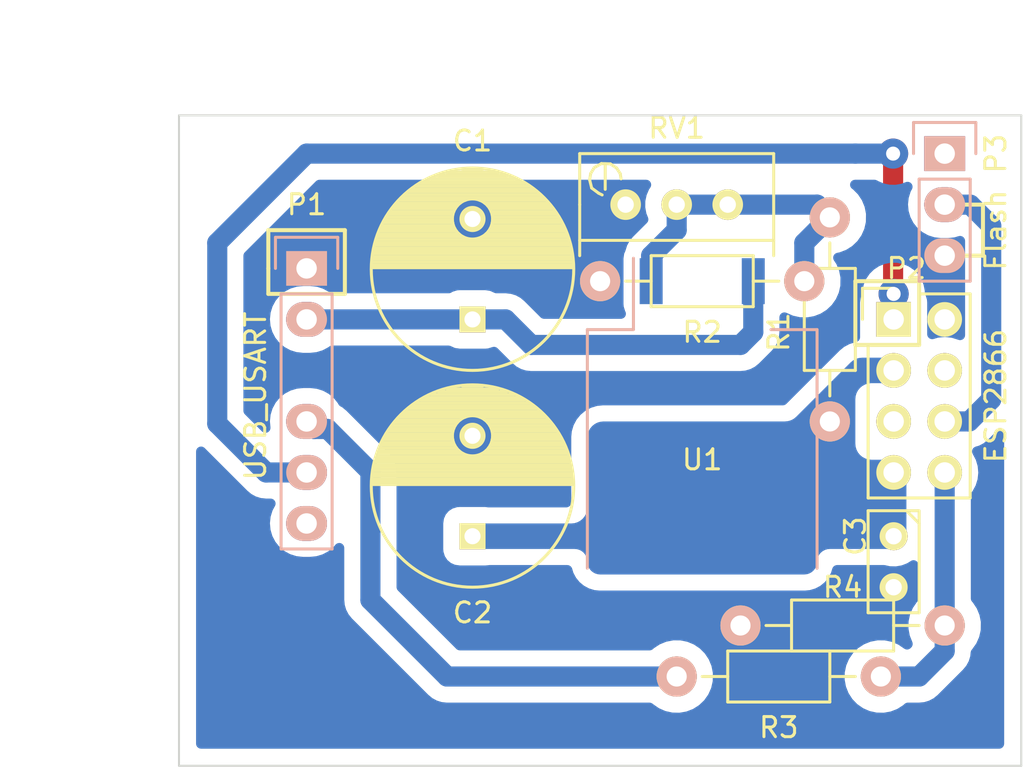
<source format=kicad_pcb>
(kicad_pcb (version 4) (host pcbnew "(after 2015-mar-04 BZR unknown)-product")

  (general
    (links 24)
    (no_connects 0)
    (area 10.98643 14.295001 61.9 52.120001)
    (thickness 1.6)
    (drawings 18)
    (tracks 40)
    (zones 0)
    (modules 12)
    (nets 9)
  )

  (page A4 portrait)
  (layers
    (0 F.Cu signal)
    (31 B.Cu signal)
    (32 B.Adhes user)
    (33 F.Adhes user)
    (34 B.Paste user)
    (35 F.Paste user)
    (36 B.SilkS user)
    (37 F.SilkS user)
    (38 B.Mask user)
    (39 F.Mask user)
    (40 Dwgs.User user)
    (41 Cmts.User user)
    (42 Eco1.User user)
    (43 Eco2.User user)
    (44 Edge.Cuts user)
    (45 Margin user)
    (46 B.CrtYd user)
    (47 F.CrtYd user)
    (48 B.Fab user)
    (49 F.Fab user)
  )

  (setup
    (last_trace_width 1)
    (trace_clearance 0.8)
    (zone_clearance 0.8)
    (zone_45_only no)
    (trace_min 0.2)
    (segment_width 0.2)
    (edge_width 0.1)
    (via_size 1.5)
    (via_drill 0.7)
    (via_min_size 0.4)
    (via_min_drill 0.3)
    (uvia_size 0.3)
    (uvia_drill 0.1)
    (uvias_allowed no)
    (uvia_min_size 0.2)
    (uvia_min_drill 0.1)
    (pcb_text_width 0.3)
    (pcb_text_size 1.5 1.5)
    (mod_edge_width 0.15)
    (mod_text_size 1 1)
    (mod_text_width 0.15)
    (pad_size 10.80008 6.9977)
    (pad_drill 0)
    (pad_to_mask_clearance 0)
    (aux_axis_origin 0 0)
    (visible_elements 7FFFFFFF)
    (pcbplotparams
      (layerselection 0x00030_80000001)
      (usegerberextensions false)
      (excludeedgelayer true)
      (linewidth 0.100000)
      (plotframeref false)
      (viasonmask false)
      (mode 1)
      (useauxorigin false)
      (hpglpennumber 1)
      (hpglpenspeed 20)
      (hpglpendiameter 15)
      (hpglpenoverlay 2)
      (psnegative false)
      (psa4output false)
      (plotreference true)
      (plotvalue true)
      (plotinvisibletext false)
      (padsonsilk false)
      (subtractmaskfromsilk false)
      (outputformat 4)
      (mirror true)
      (drillshape 1)
      (scaleselection 1)
      (outputdirectory ""))
  )

  (net 0 "")
  (net 1 /VCC_USB)
  (net 2 GND)
  (net 3 /CH_PD)
  (net 4 /RX)
  (net 5 /RXD_USB)
  (net 6 "Net-(R1-Pad2)")
  (net 7 /TXD_USB)
  (net 8 /GPIO0)

  (net_class Default "This is the default net class."
    (clearance 0.8)
    (trace_width 1)
    (via_dia 1.5)
    (via_drill 0.7)
    (uvia_dia 0.3)
    (uvia_drill 0.1)
    (add_net /CH_PD)
    (add_net /GPIO0)
    (add_net /RX)
    (add_net /RXD_USB)
    (add_net /TXD_USB)
    (add_net /VCC_USB)
    (add_net GND)
    (add_net "Net-(R1-Pad2)")
  )

  (module Capacitors_ThroughHole:C_Radial_D10_L13_P5 (layer F.Cu) (tedit 55DC97F8) (tstamp 55DB9EBE)
    (at 34.29 29.845 90)
    (descr "Radial Electrolytic Capacitor Diameter 10mm x Length 13mm, Pitch 5mm")
    (tags "Electrolytic Capacitor")
    (path /55DB8404)
    (fp_text reference C1 (at 8.89 0 180) (layer F.SilkS)
      (effects (font (size 1 1) (thickness 0.15)))
    )
    (fp_text value 10uF (at 2.54 0 180) (layer F.Fab)
      (effects (font (size 1 1) (thickness 0.15)))
    )
    (fp_line (start 2.575 -4.999) (end 2.575 4.999) (layer F.SilkS) (width 0.15))
    (fp_line (start 2.715 -4.995) (end 2.715 4.995) (layer F.SilkS) (width 0.15))
    (fp_line (start 2.855 -4.987) (end 2.855 4.987) (layer F.SilkS) (width 0.15))
    (fp_line (start 2.995 -4.975) (end 2.995 4.975) (layer F.SilkS) (width 0.15))
    (fp_line (start 3.135 -4.96) (end 3.135 4.96) (layer F.SilkS) (width 0.15))
    (fp_line (start 3.275 -4.94) (end 3.275 4.94) (layer F.SilkS) (width 0.15))
    (fp_line (start 3.415 -4.916) (end 3.415 4.916) (layer F.SilkS) (width 0.15))
    (fp_line (start 3.555 -4.887) (end 3.555 4.887) (layer F.SilkS) (width 0.15))
    (fp_line (start 3.695 -4.855) (end 3.695 4.855) (layer F.SilkS) (width 0.15))
    (fp_line (start 3.835 -4.818) (end 3.835 4.818) (layer F.SilkS) (width 0.15))
    (fp_line (start 3.975 -4.777) (end 3.975 4.777) (layer F.SilkS) (width 0.15))
    (fp_line (start 4.115 -4.732) (end 4.115 -0.466) (layer F.SilkS) (width 0.15))
    (fp_line (start 4.115 0.466) (end 4.115 4.732) (layer F.SilkS) (width 0.15))
    (fp_line (start 4.255 -4.682) (end 4.255 -0.667) (layer F.SilkS) (width 0.15))
    (fp_line (start 4.255 0.667) (end 4.255 4.682) (layer F.SilkS) (width 0.15))
    (fp_line (start 4.395 -4.627) (end 4.395 -0.796) (layer F.SilkS) (width 0.15))
    (fp_line (start 4.395 0.796) (end 4.395 4.627) (layer F.SilkS) (width 0.15))
    (fp_line (start 4.535 -4.567) (end 4.535 -0.885) (layer F.SilkS) (width 0.15))
    (fp_line (start 4.535 0.885) (end 4.535 4.567) (layer F.SilkS) (width 0.15))
    (fp_line (start 4.675 -4.502) (end 4.675 -0.946) (layer F.SilkS) (width 0.15))
    (fp_line (start 4.675 0.946) (end 4.675 4.502) (layer F.SilkS) (width 0.15))
    (fp_line (start 4.815 -4.432) (end 4.815 -0.983) (layer F.SilkS) (width 0.15))
    (fp_line (start 4.815 0.983) (end 4.815 4.432) (layer F.SilkS) (width 0.15))
    (fp_line (start 4.955 -4.356) (end 4.955 -0.999) (layer F.SilkS) (width 0.15))
    (fp_line (start 4.955 0.999) (end 4.955 4.356) (layer F.SilkS) (width 0.15))
    (fp_line (start 5.095 -4.274) (end 5.095 -0.995) (layer F.SilkS) (width 0.15))
    (fp_line (start 5.095 0.995) (end 5.095 4.274) (layer F.SilkS) (width 0.15))
    (fp_line (start 5.235 -4.186) (end 5.235 -0.972) (layer F.SilkS) (width 0.15))
    (fp_line (start 5.235 0.972) (end 5.235 4.186) (layer F.SilkS) (width 0.15))
    (fp_line (start 5.375 -4.091) (end 5.375 -0.927) (layer F.SilkS) (width 0.15))
    (fp_line (start 5.375 0.927) (end 5.375 4.091) (layer F.SilkS) (width 0.15))
    (fp_line (start 5.515 -3.989) (end 5.515 -0.857) (layer F.SilkS) (width 0.15))
    (fp_line (start 5.515 0.857) (end 5.515 3.989) (layer F.SilkS) (width 0.15))
    (fp_line (start 5.655 -3.879) (end 5.655 -0.756) (layer F.SilkS) (width 0.15))
    (fp_line (start 5.655 0.756) (end 5.655 3.879) (layer F.SilkS) (width 0.15))
    (fp_line (start 5.795 -3.761) (end 5.795 -0.607) (layer F.SilkS) (width 0.15))
    (fp_line (start 5.795 0.607) (end 5.795 3.761) (layer F.SilkS) (width 0.15))
    (fp_line (start 5.935 -3.633) (end 5.935 -0.355) (layer F.SilkS) (width 0.15))
    (fp_line (start 5.935 0.355) (end 5.935 3.633) (layer F.SilkS) (width 0.15))
    (fp_line (start 6.075 -3.496) (end 6.075 3.496) (layer F.SilkS) (width 0.15))
    (fp_line (start 6.215 -3.346) (end 6.215 3.346) (layer F.SilkS) (width 0.15))
    (fp_line (start 6.355 -3.184) (end 6.355 3.184) (layer F.SilkS) (width 0.15))
    (fp_line (start 6.495 -3.007) (end 6.495 3.007) (layer F.SilkS) (width 0.15))
    (fp_line (start 6.635 -2.811) (end 6.635 2.811) (layer F.SilkS) (width 0.15))
    (fp_line (start 6.775 -2.593) (end 6.775 2.593) (layer F.SilkS) (width 0.15))
    (fp_line (start 6.915 -2.347) (end 6.915 2.347) (layer F.SilkS) (width 0.15))
    (fp_line (start 7.055 -2.062) (end 7.055 2.062) (layer F.SilkS) (width 0.15))
    (fp_line (start 7.195 -1.72) (end 7.195 1.72) (layer F.SilkS) (width 0.15))
    (fp_line (start 7.335 -1.274) (end 7.335 1.274) (layer F.SilkS) (width 0.15))
    (fp_line (start 7.475 -0.499) (end 7.475 0.499) (layer F.SilkS) (width 0.15))
    (fp_circle (center 5 0) (end 5 -1) (layer F.SilkS) (width 0.15))
    (fp_circle (center 2.5 0) (end 2.5 -5.0375) (layer F.SilkS) (width 0.15))
    (fp_circle (center 2.5 0) (end 2.5 -5.3) (layer F.CrtYd) (width 0.05))
    (pad 1 thru_hole rect (at 0 0 90) (size 1.3 1.3) (drill 0.8) (layers *.Cu *.Mask F.SilkS)
      (net 1 /VCC_USB))
    (pad 2 thru_hole circle (at 5 0 90) (size 1.3 1.3) (drill 0.8) (layers *.Cu *.Mask F.SilkS)
      (net 2 GND))
    (model Capacitors_ThroughHole.3dshapes/C_Radial_D10_L13_P5.wrl
      (at (xyz 0.0984252 0 0))
      (scale (xyz 1 1 1))
      (rotate (xyz 0 0 90))
    )
  )

  (module Capacitors_ThroughHole:C_Radial_D10_L13_P5 (layer F.Cu) (tedit 55DC97F1) (tstamp 55DB9EC4)
    (at 34.29 40.64 90)
    (descr "Radial Electrolytic Capacitor Diameter 10mm x Length 13mm, Pitch 5mm")
    (tags "Electrolytic Capacitor")
    (path /55DB83B9)
    (fp_text reference C2 (at -3.81 0 180) (layer F.SilkS)
      (effects (font (size 1 1) (thickness 0.15)))
    )
    (fp_text value 100uF (at 2.54 0 360) (layer F.Fab)
      (effects (font (size 1 1) (thickness 0.15)))
    )
    (fp_line (start 2.575 -4.999) (end 2.575 4.999) (layer F.SilkS) (width 0.15))
    (fp_line (start 2.715 -4.995) (end 2.715 4.995) (layer F.SilkS) (width 0.15))
    (fp_line (start 2.855 -4.987) (end 2.855 4.987) (layer F.SilkS) (width 0.15))
    (fp_line (start 2.995 -4.975) (end 2.995 4.975) (layer F.SilkS) (width 0.15))
    (fp_line (start 3.135 -4.96) (end 3.135 4.96) (layer F.SilkS) (width 0.15))
    (fp_line (start 3.275 -4.94) (end 3.275 4.94) (layer F.SilkS) (width 0.15))
    (fp_line (start 3.415 -4.916) (end 3.415 4.916) (layer F.SilkS) (width 0.15))
    (fp_line (start 3.555 -4.887) (end 3.555 4.887) (layer F.SilkS) (width 0.15))
    (fp_line (start 3.695 -4.855) (end 3.695 4.855) (layer F.SilkS) (width 0.15))
    (fp_line (start 3.835 -4.818) (end 3.835 4.818) (layer F.SilkS) (width 0.15))
    (fp_line (start 3.975 -4.777) (end 3.975 4.777) (layer F.SilkS) (width 0.15))
    (fp_line (start 4.115 -4.732) (end 4.115 -0.466) (layer F.SilkS) (width 0.15))
    (fp_line (start 4.115 0.466) (end 4.115 4.732) (layer F.SilkS) (width 0.15))
    (fp_line (start 4.255 -4.682) (end 4.255 -0.667) (layer F.SilkS) (width 0.15))
    (fp_line (start 4.255 0.667) (end 4.255 4.682) (layer F.SilkS) (width 0.15))
    (fp_line (start 4.395 -4.627) (end 4.395 -0.796) (layer F.SilkS) (width 0.15))
    (fp_line (start 4.395 0.796) (end 4.395 4.627) (layer F.SilkS) (width 0.15))
    (fp_line (start 4.535 -4.567) (end 4.535 -0.885) (layer F.SilkS) (width 0.15))
    (fp_line (start 4.535 0.885) (end 4.535 4.567) (layer F.SilkS) (width 0.15))
    (fp_line (start 4.675 -4.502) (end 4.675 -0.946) (layer F.SilkS) (width 0.15))
    (fp_line (start 4.675 0.946) (end 4.675 4.502) (layer F.SilkS) (width 0.15))
    (fp_line (start 4.815 -4.432) (end 4.815 -0.983) (layer F.SilkS) (width 0.15))
    (fp_line (start 4.815 0.983) (end 4.815 4.432) (layer F.SilkS) (width 0.15))
    (fp_line (start 4.955 -4.356) (end 4.955 -0.999) (layer F.SilkS) (width 0.15))
    (fp_line (start 4.955 0.999) (end 4.955 4.356) (layer F.SilkS) (width 0.15))
    (fp_line (start 5.095 -4.274) (end 5.095 -0.995) (layer F.SilkS) (width 0.15))
    (fp_line (start 5.095 0.995) (end 5.095 4.274) (layer F.SilkS) (width 0.15))
    (fp_line (start 5.235 -4.186) (end 5.235 -0.972) (layer F.SilkS) (width 0.15))
    (fp_line (start 5.235 0.972) (end 5.235 4.186) (layer F.SilkS) (width 0.15))
    (fp_line (start 5.375 -4.091) (end 5.375 -0.927) (layer F.SilkS) (width 0.15))
    (fp_line (start 5.375 0.927) (end 5.375 4.091) (layer F.SilkS) (width 0.15))
    (fp_line (start 5.515 -3.989) (end 5.515 -0.857) (layer F.SilkS) (width 0.15))
    (fp_line (start 5.515 0.857) (end 5.515 3.989) (layer F.SilkS) (width 0.15))
    (fp_line (start 5.655 -3.879) (end 5.655 -0.756) (layer F.SilkS) (width 0.15))
    (fp_line (start 5.655 0.756) (end 5.655 3.879) (layer F.SilkS) (width 0.15))
    (fp_line (start 5.795 -3.761) (end 5.795 -0.607) (layer F.SilkS) (width 0.15))
    (fp_line (start 5.795 0.607) (end 5.795 3.761) (layer F.SilkS) (width 0.15))
    (fp_line (start 5.935 -3.633) (end 5.935 -0.355) (layer F.SilkS) (width 0.15))
    (fp_line (start 5.935 0.355) (end 5.935 3.633) (layer F.SilkS) (width 0.15))
    (fp_line (start 6.075 -3.496) (end 6.075 3.496) (layer F.SilkS) (width 0.15))
    (fp_line (start 6.215 -3.346) (end 6.215 3.346) (layer F.SilkS) (width 0.15))
    (fp_line (start 6.355 -3.184) (end 6.355 3.184) (layer F.SilkS) (width 0.15))
    (fp_line (start 6.495 -3.007) (end 6.495 3.007) (layer F.SilkS) (width 0.15))
    (fp_line (start 6.635 -2.811) (end 6.635 2.811) (layer F.SilkS) (width 0.15))
    (fp_line (start 6.775 -2.593) (end 6.775 2.593) (layer F.SilkS) (width 0.15))
    (fp_line (start 6.915 -2.347) (end 6.915 2.347) (layer F.SilkS) (width 0.15))
    (fp_line (start 7.055 -2.062) (end 7.055 2.062) (layer F.SilkS) (width 0.15))
    (fp_line (start 7.195 -1.72) (end 7.195 1.72) (layer F.SilkS) (width 0.15))
    (fp_line (start 7.335 -1.274) (end 7.335 1.274) (layer F.SilkS) (width 0.15))
    (fp_line (start 7.475 -0.499) (end 7.475 0.499) (layer F.SilkS) (width 0.15))
    (fp_circle (center 5 0) (end 5 -1) (layer F.SilkS) (width 0.15))
    (fp_circle (center 2.5 0) (end 2.5 -5.0375) (layer F.SilkS) (width 0.15))
    (fp_circle (center 2.5 0) (end 2.5 -5.3) (layer F.CrtYd) (width 0.05))
    (pad 1 thru_hole rect (at 0 0 90) (size 1.3 1.3) (drill 0.8) (layers *.Cu *.Mask F.SilkS)
      (net 3 /CH_PD))
    (pad 2 thru_hole circle (at 5 0 90) (size 1.3 1.3) (drill 0.8) (layers *.Cu *.Mask F.SilkS)
      (net 2 GND))
    (model Capacitors_ThroughHole.3dshapes/C_Radial_D10_L13_P5.wrl
      (at (xyz 0.0984252 0 0))
      (scale (xyz 1 1 1))
      (rotate (xyz 0 0 90))
    )
  )

  (module Discret:C1 (layer F.Cu) (tedit 55DC983C) (tstamp 55DB9ECA)
    (at 55.245 41.91 270)
    (descr "Condensateur e = 1 pas")
    (tags C)
    (path /55DB9C13)
    (fp_text reference C3 (at -1.27 1.905 270) (layer F.SilkS)
      (effects (font (size 1 1) (thickness 0.15)))
    )
    (fp_text value 100nF (at 0 -2.54 270) (layer F.Fab)
      (effects (font (size 1 1) (thickness 0.15)))
    )
    (fp_line (start -2.4892 -1.27) (end 2.54 -1.27) (layer F.SilkS) (width 0.15))
    (fp_line (start 2.54 -1.27) (end 2.54 1.27) (layer F.SilkS) (width 0.15))
    (fp_line (start 2.54 1.27) (end -2.54 1.27) (layer F.SilkS) (width 0.15))
    (fp_line (start -2.54 1.27) (end -2.54 -1.27) (layer F.SilkS) (width 0.15))
    (fp_line (start -2.54 -0.635) (end -1.905 -1.27) (layer F.SilkS) (width 0.15))
    (pad 1 thru_hole circle (at -1.27 0 270) (size 1.397 1.397) (drill 0.8128) (layers *.Cu *.Mask F.SilkS)
      (net 3 /CH_PD))
    (pad 2 thru_hole circle (at 1.27 0 270) (size 1.397 1.397) (drill 0.8128) (layers *.Cu *.Mask F.SilkS)
      (net 2 GND))
    (model Discret.3dshapes/C1.wrl
      (at (xyz 0 0 0))
      (scale (xyz 1 1 1))
      (rotate (xyz 0 0 0))
    )
  )

  (module Pin_Headers:Pin_Header_Straight_1x06 (layer B.Cu) (tedit 55DCE098) (tstamp 55DB9ED4)
    (at 26.035 27.305 180)
    (descr "Through hole pin header")
    (tags "pin header")
    (path /55DB8092)
    (fp_text reference P1 (at 0 3.175 180) (layer F.SilkS)
      (effects (font (size 1 1) (thickness 0.15)))
    )
    (fp_text value USB_USART (at 2.54 -6.35 270) (layer F.SilkS)
      (effects (font (size 1 1) (thickness 0.15)))
    )
    (fp_line (start -1.75 1.75) (end -1.75 -14.45) (layer B.CrtYd) (width 0.05))
    (fp_line (start 1.75 1.75) (end 1.75 -14.45) (layer B.CrtYd) (width 0.05))
    (fp_line (start -1.75 1.75) (end 1.75 1.75) (layer B.CrtYd) (width 0.05))
    (fp_line (start -1.75 -14.45) (end 1.75 -14.45) (layer B.CrtYd) (width 0.05))
    (fp_line (start 1.27 -1.27) (end 1.27 -13.97) (layer B.SilkS) (width 0.15))
    (fp_line (start 1.27 -13.97) (end -1.27 -13.97) (layer B.SilkS) (width 0.15))
    (fp_line (start -1.27 -13.97) (end -1.27 -1.27) (layer B.SilkS) (width 0.15))
    (fp_line (start 1.55 1.55) (end 1.55 0) (layer B.SilkS) (width 0.15))
    (fp_line (start 1.27 -1.27) (end -1.27 -1.27) (layer B.SilkS) (width 0.15))
    (fp_line (start -1.55 0) (end -1.55 1.55) (layer B.SilkS) (width 0.15))
    (fp_line (start -1.55 1.55) (end 1.55 1.55) (layer B.SilkS) (width 0.15))
    (pad 1 thru_hole rect (at 0 0 180) (size 2.032 1.7272) (drill 1.016) (layers *.Cu *.Mask B.SilkS)
      (net 2 GND))
    (pad 2 thru_hole oval (at 0 -2.54 180) (size 2.032 1.7272) (drill 1.016) (layers *.Cu *.Mask B.SilkS)
      (net 1 /VCC_USB))
    (pad 4 thru_hole oval (at 0 -7.62 180) (size 2.032 1.7272) (drill 1.016) (layers *.Cu *.Mask B.SilkS)
      (net 7 /TXD_USB))
    (pad 5 thru_hole oval (at 0 -10.16 180) (size 2.032 1.7272) (drill 1.016) (layers *.Cu *.Mask B.SilkS)
      (net 5 /RXD_USB))
    (pad 6 thru_hole oval (at 0 -12.7 180) (size 2.032 1.7272) (drill 1.016) (layers *.Cu *.Mask B.SilkS))
    (model Pin_Headers.3dshapes/Pin_Header_Straight_1x06.wrl
      (at (xyz 0 -0.25 0))
      (scale (xyz 1 1 1))
      (rotate (xyz 0 0 90))
    )
  )

  (module Pin_Headers:Pin_Header_Straight_2x04 (layer F.Cu) (tedit 55DCE018) (tstamp 55DB9EE0)
    (at 55.245 29.845)
    (descr "Through hole pin header")
    (tags "pin header")
    (path /55DB810C)
    (fp_text reference P2 (at 0.635 -2.54) (layer F.SilkS)
      (effects (font (size 1 1) (thickness 0.15)))
    )
    (fp_text value ESP2866 (at 5.08 3.81 90) (layer F.SilkS)
      (effects (font (size 1 1) (thickness 0.15)))
    )
    (fp_line (start -1.75 -1.75) (end -1.75 9.4) (layer F.CrtYd) (width 0.05))
    (fp_line (start 4.3 -1.75) (end 4.3 9.4) (layer F.CrtYd) (width 0.05))
    (fp_line (start -1.75 -1.75) (end 4.3 -1.75) (layer F.CrtYd) (width 0.05))
    (fp_line (start -1.75 9.4) (end 4.3 9.4) (layer F.CrtYd) (width 0.05))
    (fp_line (start -1.27 1.27) (end -1.27 8.89) (layer F.SilkS) (width 0.15))
    (fp_line (start -1.27 8.89) (end 3.81 8.89) (layer F.SilkS) (width 0.15))
    (fp_line (start 3.81 8.89) (end 3.81 -1.27) (layer F.SilkS) (width 0.15))
    (fp_line (start 3.81 -1.27) (end 1.27 -1.27) (layer F.SilkS) (width 0.15))
    (fp_line (start 0 -1.55) (end -1.55 -1.55) (layer F.SilkS) (width 0.15))
    (fp_line (start 1.27 -1.27) (end 1.27 1.27) (layer F.SilkS) (width 0.15))
    (fp_line (start 1.27 1.27) (end -1.27 1.27) (layer F.SilkS) (width 0.15))
    (fp_line (start -1.55 -1.55) (end -1.55 0) (layer F.SilkS) (width 0.15))
    (pad 1 thru_hole rect (at 0 0) (size 1.7272 1.7272) (drill 1.016) (layers *.Cu *.Mask F.SilkS)
      (net 5 /RXD_USB))
    (pad 2 thru_hole oval (at 2.54 0) (size 1.7272 1.7272) (drill 1.016) (layers *.Cu *.Mask F.SilkS)
      (net 2 GND))
    (pad 3 thru_hole oval (at 0 2.54) (size 1.7272 1.7272) (drill 1.016) (layers *.Cu *.Mask F.SilkS)
      (net 3 /CH_PD))
    (pad 4 thru_hole oval (at 2.54 2.54) (size 1.7272 1.7272) (drill 1.016) (layers *.Cu *.Mask F.SilkS))
    (pad 5 thru_hole oval (at 0 5.08) (size 1.7272 1.7272) (drill 1.016) (layers *.Cu *.Mask F.SilkS))
    (pad 6 thru_hole oval (at 2.54 5.08) (size 1.7272 1.7272) (drill 1.016) (layers *.Cu *.Mask F.SilkS)
      (net 8 /GPIO0))
    (pad 7 thru_hole oval (at 0 7.62) (size 1.7272 1.7272) (drill 1.016) (layers *.Cu *.Mask F.SilkS)
      (net 3 /CH_PD))
    (pad 8 thru_hole oval (at 2.54 7.62) (size 1.7272 1.7272) (drill 1.016) (layers *.Cu *.Mask F.SilkS)
      (net 4 /RX))
    (model Pin_Headers.3dshapes/Pin_Header_Straight_2x04.wrl
      (at (xyz 0.05 -0.15 0))
      (scale (xyz 1 1 1))
      (rotate (xyz 0 0 90))
    )
  )

  (module Resistors_ThroughHole:Resistor_Horizontal_RM10mm (layer F.Cu) (tedit 55DC9828) (tstamp 55DB9EE6)
    (at 52.07 29.845 90)
    (descr "Resistor, Axial,  RM 10mm, 1/3W,")
    (tags "Resistor, Axial, RM 10mm, 1/3W,")
    (path /55DB93D3)
    (fp_text reference R1 (at -0.635 -2.54 90) (layer F.SilkS)
      (effects (font (size 1 1) (thickness 0.15)))
    )
    (fp_text value 120 (at 0 0 90) (layer F.Fab)
      (effects (font (size 1 1) (thickness 0.15)))
    )
    (fp_line (start -2.54 -1.27) (end 2.54 -1.27) (layer F.SilkS) (width 0.15))
    (fp_line (start 2.54 -1.27) (end 2.54 1.27) (layer F.SilkS) (width 0.15))
    (fp_line (start 2.54 1.27) (end -2.54 1.27) (layer F.SilkS) (width 0.15))
    (fp_line (start -2.54 1.27) (end -2.54 -1.27) (layer F.SilkS) (width 0.15))
    (fp_line (start -2.54 0) (end -3.81 0) (layer F.SilkS) (width 0.15))
    (fp_line (start 2.54 0) (end 3.81 0) (layer F.SilkS) (width 0.15))
    (pad 1 thru_hole circle (at -5.08 0 90) (size 1.99898 1.99898) (drill 1.00076) (layers *.Cu *.SilkS *.Mask)
      (net 3 /CH_PD))
    (pad 2 thru_hole circle (at 5.08 0 90) (size 1.99898 1.99898) (drill 1.00076) (layers *.Cu *.SilkS *.Mask)
      (net 6 "Net-(R1-Pad2)"))
    (model Resistors_ThroughHole.3dshapes/Resistor_Horizontal_RM10mm.wrl
      (at (xyz 0 0 0))
      (scale (xyz 0.4 0.4 0.4))
      (rotate (xyz 0 0 0))
    )
  )

  (module Potentiometers:Potentiometer_Bourns_3296W_3-8Zoll_Inline_ScrewUp (layer F.Cu) (tedit 55DC9898) (tstamp 55DB9EED)
    (at 41.91 24.13 270)
    (descr "3296, 3/8, Square, Trimpot, Trimming, Potentiometer, Bourns")
    (tags "3296, 3/8, Square, Trimpot, Trimming, Potentiometer, Bourns")
    (path /55DBA34A)
    (fp_text reference RV1 (at -3.81 -2.54 360) (layer F.SilkS)
      (effects (font (size 1 1) (thickness 0.15)))
    )
    (fp_text value 1k (at -3.81 -6.35 360) (layer F.Fab) hide
      (effects (font (size 1 1) (thickness 0.15)))
    )
    (fp_line (start -2.032 1.016) (end -0.762 1.016) (layer F.SilkS) (width 0.15))
    (fp_line (start -1.2827 0.2286) (end -1.5367 0.2667) (layer F.SilkS) (width 0.15))
    (fp_line (start -1.5367 0.2667) (end -1.8161 0.4445) (layer F.SilkS) (width 0.15))
    (fp_line (start -1.8161 0.4445) (end -2.032 0.762) (layer F.SilkS) (width 0.15))
    (fp_line (start -2.032 0.762) (end -2.0447 1.2065) (layer F.SilkS) (width 0.15))
    (fp_line (start -2.0447 1.2065) (end -1.8415 1.5621) (layer F.SilkS) (width 0.15))
    (fp_line (start -1.8415 1.5621) (end -1.5494 1.7399) (layer F.SilkS) (width 0.15))
    (fp_line (start -1.5494 1.7399) (end -1.2319 1.7907) (layer F.SilkS) (width 0.15))
    (fp_line (start -1.2319 1.7907) (end -0.8255 1.6891) (layer F.SilkS) (width 0.15))
    (fp_line (start -0.8255 1.6891) (end -0.5715 1.3462) (layer F.SilkS) (width 0.15))
    (fp_line (start -0.5715 1.3462) (end -0.4826 1.1684) (layer F.SilkS) (width 0.15))
    (fp_line (start 1.778 -7.366) (end 1.778 2.286) (layer F.SilkS) (width 0.15))
    (fp_line (start -1.27 2.286) (end -2.54 2.286) (layer F.SilkS) (width 0.15))
    (fp_line (start -2.54 2.286) (end -2.54 -7.366) (layer F.SilkS) (width 0.15))
    (fp_line (start -2.54 -7.366) (end 2.54 -7.366) (layer F.SilkS) (width 0.15))
    (fp_line (start 2.54 2.286) (end 0 2.286) (layer F.SilkS) (width 0.15))
    (fp_line (start 0 2.286) (end -1.27 2.286) (layer F.SilkS) (width 0.15))
    (pad 2 thru_hole circle (at 0 -2.54 270) (size 1.524 1.524) (drill 0.8128) (layers *.Cu *.Mask F.SilkS)
      (net 6 "Net-(R1-Pad2)"))
    (pad 3 thru_hole circle (at 0 -5.08 270) (size 1.524 1.524) (drill 0.8128) (layers *.Cu *.Mask F.SilkS)
      (net 6 "Net-(R1-Pad2)"))
    (pad 1 thru_hole circle (at 0 0 270) (size 1.524 1.524) (drill 0.8128) (layers *.Cu *.Mask F.SilkS)
      (net 2 GND))
    (model Potentiometers.3dshapes/Potentiometer_Bourns_3296W_3-8Zoll_Inline_ScrewUp.wrl
      (at (xyz 0 0 0))
      (scale (xyz 1 1 1))
      (rotate (xyz 0 0 0))
    )
  )

  (module SMD_Packages:TO-263-PadOut (layer B.Cu) (tedit 55DC98DB) (tstamp 55DBA1AB)
    (at 45.72 27.94)
    (path /55DB834F)
    (attr smd)
    (fp_text reference U1 (at 0 8.89) (layer F.SilkS)
      (effects (font (size 1 1) (thickness 0.15)))
    )
    (fp_text value LM1084IS-ADJ/NOPB (at 0 3.937) (layer B.Fab) hide
      (effects (font (size 1 1) (thickness 0.15)) (justify mirror))
    )
    (fp_line (start 3.422 2.413) (end 5.715 2.413) (layer B.SilkS) (width 0.15))
    (fp_line (start -3.422 2.4003) (end -3.422 -1.143) (layer B.SilkS) (width 0.15))
    (fp_line (start -5.715 2.413) (end -5.715 14.294) (layer B.SilkS) (width 0.15))
    (fp_line (start 5.715 14.294) (end 5.715 2.413) (layer B.SilkS) (width 0.15))
    (fp_line (start -5.715 2.413) (end -3.422 2.413) (layer B.SilkS) (width 0.15))
    (pad 2 smd rect (at 0 10.795) (size 10.80008 6.9977) (layers B.Cu B.Paste B.Mask)
      (net 3 /CH_PD))
    (pad 3 smd rect (at 2.54 0) (size 1.143 2.286) (layers B.Cu B.Paste B.Mask)
      (net 1 /VCC_USB))
    (pad 1 smd rect (at -2.54 0) (size 1.143 2.286) (layers B.Cu B.Paste B.Mask)
      (net 6 "Net-(R1-Pad2)"))
  )

  (module Resistors_ThroughHole:Resistor_Horizontal_RM10mm (layer F.Cu) (tedit 55DC9821) (tstamp 55DC8D54)
    (at 45.72 27.94 180)
    (descr "Resistor, Axial,  RM 10mm, 1/3W,")
    (tags "Resistor, Axial, RM 10mm, 1/3W,")
    (path /55DC8DE5)
    (fp_text reference R2 (at 0 -2.54 180) (layer F.SilkS)
      (effects (font (size 1 1) (thickness 0.15)))
    )
    (fp_text value 330 (at 0 0 180) (layer F.Fab)
      (effects (font (size 1 1) (thickness 0.15)))
    )
    (fp_line (start -2.54 -1.27) (end 2.54 -1.27) (layer F.SilkS) (width 0.15))
    (fp_line (start 2.54 -1.27) (end 2.54 1.27) (layer F.SilkS) (width 0.15))
    (fp_line (start 2.54 1.27) (end -2.54 1.27) (layer F.SilkS) (width 0.15))
    (fp_line (start -2.54 1.27) (end -2.54 -1.27) (layer F.SilkS) (width 0.15))
    (fp_line (start -2.54 0) (end -3.81 0) (layer F.SilkS) (width 0.15))
    (fp_line (start 2.54 0) (end 3.81 0) (layer F.SilkS) (width 0.15))
    (pad 1 thru_hole circle (at -5.08 0 180) (size 1.99898 1.99898) (drill 1.00076) (layers *.Cu *.SilkS *.Mask)
      (net 6 "Net-(R1-Pad2)"))
    (pad 2 thru_hole circle (at 5.08 0 180) (size 1.99898 1.99898) (drill 1.00076) (layers *.Cu *.SilkS *.Mask)
      (net 2 GND))
    (model Resistors_ThroughHole.3dshapes/Resistor_Horizontal_RM10mm.wrl
      (at (xyz 0 0 0))
      (scale (xyz 0.4 0.4 0.4))
      (rotate (xyz 0 0 0))
    )
  )

  (module Resistors_ThroughHole:Resistor_Horizontal_RM10mm (layer F.Cu) (tedit 55DC97E7) (tstamp 55DC8F8B)
    (at 49.53 47.625)
    (descr "Resistor, Axial,  RM 10mm, 1/3W,")
    (tags "Resistor, Axial, RM 10mm, 1/3W,")
    (path /55DC91E3)
    (fp_text reference R3 (at 0 2.54) (layer F.SilkS)
      (effects (font (size 1 1) (thickness 0.15)))
    )
    (fp_text value 1k (at 0 0) (layer F.Fab)
      (effects (font (size 1 1) (thickness 0.15)))
    )
    (fp_line (start -2.54 -1.27) (end 2.54 -1.27) (layer F.SilkS) (width 0.15))
    (fp_line (start 2.54 -1.27) (end 2.54 1.27) (layer F.SilkS) (width 0.15))
    (fp_line (start 2.54 1.27) (end -2.54 1.27) (layer F.SilkS) (width 0.15))
    (fp_line (start -2.54 1.27) (end -2.54 -1.27) (layer F.SilkS) (width 0.15))
    (fp_line (start -2.54 0) (end -3.81 0) (layer F.SilkS) (width 0.15))
    (fp_line (start 2.54 0) (end 3.81 0) (layer F.SilkS) (width 0.15))
    (pad 1 thru_hole circle (at -5.08 0) (size 1.99898 1.99898) (drill 1.00076) (layers *.Cu *.SilkS *.Mask)
      (net 7 /TXD_USB))
    (pad 2 thru_hole circle (at 5.08 0) (size 1.99898 1.99898) (drill 1.00076) (layers *.Cu *.SilkS *.Mask)
      (net 4 /RX))
    (model Resistors_ThroughHole.3dshapes/Resistor_Horizontal_RM10mm.wrl
      (at (xyz 0 0 0))
      (scale (xyz 0.4 0.4 0.4))
      (rotate (xyz 0 0 0))
    )
  )

  (module Resistors_ThroughHole:Resistor_Horizontal_RM10mm (layer F.Cu) (tedit 55DC98B6) (tstamp 55DC8F91)
    (at 52.705 45.085 180)
    (descr "Resistor, Axial,  RM 10mm, 1/3W,")
    (tags "Resistor, Axial, RM 10mm, 1/3W,")
    (path /55DC934F)
    (fp_text reference R4 (at 0 1.905 180) (layer F.SilkS)
      (effects (font (size 1 1) (thickness 0.15)))
    )
    (fp_text value 2k (at 0 0 180) (layer F.Fab)
      (effects (font (size 1 1) (thickness 0.15)))
    )
    (fp_line (start -2.54 -1.27) (end 2.54 -1.27) (layer F.SilkS) (width 0.15))
    (fp_line (start 2.54 -1.27) (end 2.54 1.27) (layer F.SilkS) (width 0.15))
    (fp_line (start 2.54 1.27) (end -2.54 1.27) (layer F.SilkS) (width 0.15))
    (fp_line (start -2.54 1.27) (end -2.54 -1.27) (layer F.SilkS) (width 0.15))
    (fp_line (start -2.54 0) (end -3.81 0) (layer F.SilkS) (width 0.15))
    (fp_line (start 2.54 0) (end 3.81 0) (layer F.SilkS) (width 0.15))
    (pad 1 thru_hole circle (at -5.08 0 180) (size 1.99898 1.99898) (drill 1.00076) (layers *.Cu *.SilkS *.Mask)
      (net 4 /RX))
    (pad 2 thru_hole circle (at 5.08 0 180) (size 1.99898 1.99898) (drill 1.00076) (layers *.Cu *.SilkS *.Mask)
      (net 2 GND))
    (model Resistors_ThroughHole.3dshapes/Resistor_Horizontal_RM10mm.wrl
      (at (xyz 0 0 0))
      (scale (xyz 0.4 0.4 0.4))
      (rotate (xyz 0 0 0))
    )
  )

  (module Pin_Headers:Pin_Header_Straight_1x03 (layer B.Cu) (tedit 55DCE039) (tstamp 55DCDA01)
    (at 57.785 21.59 180)
    (descr "Through hole pin header")
    (tags "pin header")
    (path /55DCDA3B)
    (fp_text reference P3 (at -2.54 0 270) (layer F.SilkS)
      (effects (font (size 1 1) (thickness 0.15)))
    )
    (fp_text value Flash (at -2.54 -3.81 270) (layer F.SilkS)
      (effects (font (size 1 1) (thickness 0.15)))
    )
    (fp_line (start -1.75 1.75) (end -1.75 -6.85) (layer B.CrtYd) (width 0.05))
    (fp_line (start 1.75 1.75) (end 1.75 -6.85) (layer B.CrtYd) (width 0.05))
    (fp_line (start -1.75 1.75) (end 1.75 1.75) (layer B.CrtYd) (width 0.05))
    (fp_line (start -1.75 -6.85) (end 1.75 -6.85) (layer B.CrtYd) (width 0.05))
    (fp_line (start -1.27 -1.27) (end -1.27 -6.35) (layer B.SilkS) (width 0.15))
    (fp_line (start -1.27 -6.35) (end 1.27 -6.35) (layer B.SilkS) (width 0.15))
    (fp_line (start 1.27 -6.35) (end 1.27 -1.27) (layer B.SilkS) (width 0.15))
    (fp_line (start 1.55 1.55) (end 1.55 0) (layer B.SilkS) (width 0.15))
    (fp_line (start 1.27 -1.27) (end -1.27 -1.27) (layer B.SilkS) (width 0.15))
    (fp_line (start -1.55 0) (end -1.55 1.55) (layer B.SilkS) (width 0.15))
    (fp_line (start -1.55 1.55) (end 1.55 1.55) (layer B.SilkS) (width 0.15))
    (pad 1 thru_hole rect (at 0 0 180) (size 2.032 1.7272) (drill 1.016) (layers *.Cu *.Mask B.SilkS))
    (pad 2 thru_hole oval (at 0 -2.54 180) (size 2.032 1.7272) (drill 1.016) (layers *.Cu *.Mask B.SilkS)
      (net 8 /GPIO0))
    (pad 3 thru_hole oval (at 0 -5.08 180) (size 2.032 1.7272) (drill 1.016) (layers *.Cu *.Mask B.SilkS)
      (net 2 GND))
    (model Pin_Headers.3dshapes/Pin_Header_Straight_1x03.wrl
      (at (xyz 0 -0.1 0))
      (scale (xyz 1 1 1))
      (rotate (xyz 0 0 90))
    )
  )

  (gr_line (start 56.515 27.94) (end 53.34 27.94) (angle 90) (layer F.SilkS) (width 0.2))
  (gr_line (start 56.515 31.115) (end 56.515 27.94) (angle 90) (layer F.SilkS) (width 0.2))
  (gr_line (start 53.34 31.115) (end 56.515 31.115) (angle 90) (layer F.SilkS) (width 0.2))
  (gr_line (start 53.34 27.94) (end 53.34 31.115) (angle 90) (layer F.SilkS) (width 0.2))
  (gr_line (start 24.13 28.575) (end 24.13 27.305) (angle 90) (layer F.SilkS) (width 0.2))
  (gr_line (start 27.94 28.575) (end 24.13 28.575) (angle 90) (layer F.SilkS) (width 0.2))
  (gr_line (start 27.94 25.4) (end 27.94 28.575) (angle 90) (layer F.SilkS) (width 0.2))
  (gr_line (start 24.13 25.4) (end 27.94 25.4) (angle 90) (layer F.SilkS) (width 0.2))
  (gr_line (start 24.13 27.305) (end 24.13 25.4) (angle 90) (layer F.SilkS) (width 0.2))
  (gr_line (start 59.69 26.67) (end 57.785 26.67) (layer F.SilkS) (width 0.2))
  (gr_line (start 59.69 24.13) (end 59.69 26.67) (layer F.SilkS) (width 0.2))
  (gr_line (start 57.785 24.13) (end 59.69 24.13) (layer F.SilkS) (width 0.2))
  (dimension 32.385 (width 0.3) (layer Dwgs.User)
    (gr_text 32,385mm (at 17.065 35.8775 270) (layer Dwgs.User)
      (effects (font (size 1.5 1.5) (thickness 0.3)))
    )
    (feature1 (pts (xy 19.685 52.07) (xy 15.715 52.07)))
    (feature2 (pts (xy 19.685 19.685) (xy 15.715 19.685)))
    (crossbar (pts (xy 18.415 19.685) (xy 18.415 52.07)))
    (arrow1a (pts (xy 18.415 52.07) (xy 17.828579 50.943496)))
    (arrow1b (pts (xy 18.415 52.07) (xy 19.001421 50.943496)))
    (arrow2a (pts (xy 18.415 19.685) (xy 17.828579 20.811504)))
    (arrow2b (pts (xy 18.415 19.685) (xy 19.001421 20.811504)))
  )
  (dimension 41.91 (width 0.3) (layer Dwgs.User)
    (gr_text 41,910mm (at 40.64 15.795001) (layer Dwgs.User)
      (effects (font (size 1.5 1.5) (thickness 0.3)))
    )
    (feature1 (pts (xy 19.685 19.685) (xy 19.685 14.445001)))
    (feature2 (pts (xy 61.595 19.685) (xy 61.595 14.445001)))
    (crossbar (pts (xy 61.595 17.145001) (xy 19.685 17.145001)))
    (arrow1a (pts (xy 19.685 17.145001) (xy 20.811504 16.55858)))
    (arrow1b (pts (xy 19.685 17.145001) (xy 20.811504 17.731422)))
    (arrow2a (pts (xy 61.595 17.145001) (xy 60.468496 16.55858)))
    (arrow2b (pts (xy 61.595 17.145001) (xy 60.468496 17.731422)))
  )
  (gr_line (start 19.685 52.07) (end 19.685 19.685) (angle 90) (layer Edge.Cuts) (width 0.1))
  (gr_line (start 61.595 52.07) (end 19.685 52.07) (angle 90) (layer Edge.Cuts) (width 0.1))
  (gr_line (start 61.595 19.685) (end 61.595 52.07) (angle 90) (layer Edge.Cuts) (width 0.1))
  (gr_line (start 19.685 19.685) (end 61.595 19.685) (angle 90) (layer Edge.Cuts) (width 0.1))

  (segment (start 26.035 29.845) (end 34.29 29.845) (width 1) (layer B.Cu) (net 1))
  (segment (start 48.26 30.48) (end 48.26 27.94) (width 1) (layer B.Cu) (net 1))
  (segment (start 47.625 31.115) (end 48.26 30.48) (width 1) (layer B.Cu) (net 1))
  (segment (start 37.21 31.115) (end 47.625 31.115) (width 1) (layer B.Cu) (net 1))
  (segment (start 35.94 29.845) (end 37.21 31.115) (width 1) (layer B.Cu) (net 1))
  (segment (start 34.29 29.845) (end 35.94 29.845) (width 1) (layer B.Cu) (net 1))
  (segment (start 57.785 37.465) (end 57.785 45.085) (width 1) (layer B.Cu) (net 4))
  (segment (start 56.515 47.625) (end 54.61 47.625) (width 1) (layer B.Cu) (net 4))
  (segment (start 57.785 46.355) (end 56.515 47.625) (width 1) (layer B.Cu) (net 4))
  (segment (start 57.785 45.085) (end 57.785 46.355) (width 1) (layer B.Cu) (net 4))
  (segment (start 55.245 28.575) (end 55.245 29.845) (width 1) (layer B.Cu) (net 5))
  (segment (start 55.218998 21.59) (end 55.218998 28.548998) (width 1) (layer F.Cu) (net 5))
  (segment (start 55.218998 28.548998) (end 55.245 28.575) (width 1) (layer F.Cu) (net 5))
  (via (at 55.245 28.575) (size 1.5) (drill 0.7) (layers F.Cu B.Cu) (net 5))
  (segment (start 53.34 21.59) (end 55.218998 21.59) (width 1) (layer B.Cu) (net 5))
  (via (at 55.218998 21.59) (size 1.5) (drill 0.7) (layers F.Cu B.Cu) (net 5))
  (segment (start 26.035 21.59) (end 53.34 21.59) (width 1) (layer B.Cu) (net 5))
  (segment (start 21.59 26.035) (end 26.035 21.59) (width 1) (layer B.Cu) (net 5))
  (segment (start 21.59 35.036) (end 21.59 26.035) (width 1) (layer B.Cu) (net 5))
  (segment (start 24.019 37.465) (end 21.59 35.036) (width 1) (layer B.Cu) (net 5))
  (segment (start 26.035 37.465) (end 24.019 37.465) (width 1) (layer B.Cu) (net 5))
  (segment (start 50.8 27.94) (end 50.8 26.035) (width 1) (layer B.Cu) (net 6))
  (segment (start 50.8 26.035) (end 52.07 24.765) (width 1) (layer B.Cu) (net 6))
  (segment (start 46.99 24.13) (end 51.435 24.13) (width 1) (layer B.Cu) (net 6))
  (segment (start 51.435 24.13) (end 52.07 24.765) (width 1) (layer B.Cu) (net 6))
  (segment (start 44.45 24.13) (end 46.99 24.13) (width 1) (layer B.Cu) (net 6))
  (segment (start 44.45 25.4) (end 44.45 24.13) (width 1) (layer B.Cu) (net 6))
  (segment (start 43.18 26.67) (end 44.45 25.4) (width 1) (layer B.Cu) (net 6))
  (segment (start 43.18 27.94) (end 43.18 26.67) (width 1) (layer B.Cu) (net 6))
  (segment (start 29.21 43.815) (end 33.02 47.625) (width 1) (layer B.Cu) (net 7))
  (segment (start 29.21 37.427794) (end 29.21 43.815) (width 1) (layer B.Cu) (net 7))
  (segment (start 27.083596 35.30139) (end 29.21 37.427794) (width 1) (layer B.Cu) (net 7))
  (segment (start 26.41139 35.30139) (end 27.083596 35.30139) (width 1) (layer B.Cu) (net 7))
  (segment (start 26.035 34.925) (end 26.41139 35.30139) (width 1) (layer B.Cu) (net 7))
  (segment (start 33.02 47.625) (end 44.45 47.625) (width 1) (layer B.Cu) (net 7))
  (segment (start 57.785 34.925) (end 59.006314 34.925) (width 1) (layer B.Cu) (net 8))
  (segment (start 59.006314 34.925) (end 60.10101 33.830304) (width 1) (layer B.Cu) (net 8))
  (segment (start 60.10101 33.830304) (end 60.10101 25.17601) (width 1) (layer B.Cu) (net 8))
  (segment (start 60.10101 25.17601) (end 59.055 24.13) (width 1) (layer B.Cu) (net 8))
  (segment (start 59.055 24.13) (end 57.785 24.13) (width 1) (layer B.Cu) (net 8))

  (zone (net 2) (net_name GND) (layer B.Cu) (tstamp 55DBD17F) (hatch edge 0.508)
    (connect_pads yes (clearance 0.8))
    (min_thickness 0.5)
    (fill yes (arc_segments 32) (thermal_gap 0.508) (thermal_bridge_width 0.9) (smoothing fillet) (radius 0.7))
    (polygon
      (pts
        (xy 61.595 52.07) (xy 19.685 52.07) (xy 19.685 19.685) (xy 61.595 19.685)
      )
    )
    (filled_polygon
      (pts
        (xy 60.495 50.97) (xy 20.785 50.97) (xy 20.785 36.423031) (xy 22.922985 38.561016) (xy 23.033612 38.651886)
        (xy 23.143301 38.743926) (xy 23.150444 38.747853) (xy 23.156742 38.753026) (xy 23.282898 38.82067) (xy 23.40839 38.88966)
        (xy 23.416161 38.892125) (xy 23.423343 38.895976) (xy 23.56027 38.937839) (xy 23.696737 38.981129) (xy 23.704834 38.982037)
        (xy 23.712631 38.984421) (xy 23.855119 38.998894) (xy 23.997359 39.014849) (xy 24.013285 39.01496) (xy 24.013589 39.014991)
        (xy 24.013872 39.014964) (xy 24.019 39.015) (xy 24.242863 39.015) (xy 24.108527 39.26345) (xy 23.998089 39.620217)
        (xy 23.959051 39.991641) (xy 23.992899 40.363573) (xy 24.098345 40.721847) (xy 24.271372 41.052817) (xy 24.505389 41.343876)
        (xy 24.791483 41.583937) (xy 25.118757 41.763857) (xy 25.474744 41.876783) (xy 25.845886 41.918413) (xy 25.872604 41.9186)
        (xy 26.197396 41.9186) (xy 26.569083 41.882156) (xy 26.926612 41.774211) (xy 27.256366 41.598878) (xy 27.545784 41.362835)
        (xy 27.66 41.224771) (xy 27.66 43.815) (xy 27.673968 43.957461) (xy 27.68645 44.100125) (xy 27.688725 44.107955)
        (xy 27.68952 44.116063) (xy 27.730886 44.253076) (xy 27.770847 44.39062) (xy 27.774598 44.397857) (xy 27.776954 44.405659)
        (xy 27.844169 44.532073) (xy 27.910061 44.659191) (xy 27.915145 44.665559) (xy 27.918972 44.672757) (xy 28.009483 44.783735)
        (xy 28.098789 44.895606) (xy 28.109976 44.906951) (xy 28.110165 44.907183) (xy 28.110379 44.90736) (xy 28.113984 44.911016)
        (xy 31.923985 48.721016) (xy 32.034612 48.811886) (xy 32.144301 48.903926) (xy 32.151444 48.907853) (xy 32.157742 48.913026)
        (xy 32.283898 48.98067) (xy 32.40939 49.04966) (xy 32.417161 49.052125) (xy 32.424343 49.055976) (xy 32.56127 49.097839)
        (xy 32.697737 49.141129) (xy 32.705834 49.142037) (xy 32.713631 49.144421) (xy 32.856119 49.158894) (xy 32.998359 49.174849)
        (xy 33.014285 49.17496) (xy 33.014589 49.174991) (xy 33.014872 49.174964) (xy 33.02 49.175) (xy 43.097568 49.175)
        (xy 43.115257 49.193317) (xy 43.445298 49.422702) (xy 43.813608 49.583612) (xy 44.206158 49.66992) (xy 44.607996 49.678337)
        (xy 45.003815 49.608544) (xy 45.37854 49.463197) (xy 45.717898 49.247835) (xy 46.008961 48.970659) (xy 46.240644 48.642227)
        (xy 46.404122 48.27505) (xy 46.493168 47.883112) (xy 46.499578 47.424037) (xy 46.42151 47.029766) (xy 46.268348 46.658167)
        (xy 46.045926 46.323394) (xy 45.762715 46.0382) (xy 45.429504 45.813446) (xy 45.058983 45.657693) (xy 44.665267 45.576875)
        (xy 44.263351 45.574069) (xy 43.868544 45.649382) (xy 43.495885 45.799946) (xy 43.159568 46.020026) (xy 43.10343 46.075)
        (xy 33.662031 46.075) (xy 30.76 43.172968) (xy 30.76 37.427794) (xy 30.746031 37.285336) (xy 30.73355 37.142669)
        (xy 30.731274 37.134838) (xy 30.73048 37.126731) (xy 30.689117 36.98973) (xy 30.649153 36.852173) (xy 30.6454 36.844934)
        (xy 30.643046 36.837135) (xy 30.57584 36.710738) (xy 30.509939 36.583603) (xy 30.504854 36.577233) (xy 30.501028 36.570037)
        (xy 30.410536 36.459082) (xy 30.321211 36.347187) (xy 30.310026 36.335845) (xy 30.309835 36.335611) (xy 30.309617 36.335431)
        (xy 30.306015 36.331778) (xy 28.179612 34.205374) (xy 28.068986 34.114505) (xy 27.959295 34.022464) (xy 27.952148 34.018534)
        (xy 27.945854 34.013365) (xy 27.840207 33.956717) (xy 27.798628 33.877183) (xy 27.564611 33.586124) (xy 27.278517 33.346063)
        (xy 26.951243 33.166143) (xy 26.595256 33.053217) (xy 26.224114 33.011587) (xy 26.197396 33.0114) (xy 25.872604 33.0114)
        (xy 25.500917 33.047844) (xy 25.143388 33.155789) (xy 24.813634 33.331122) (xy 24.524216 33.567165) (xy 24.286158 33.854928)
        (xy 24.108527 34.18345) (xy 23.998089 34.540217) (xy 23.959051 34.911641) (xy 23.989224 35.243192) (xy 23.14 34.393968)
        (xy 23.14 26.677031) (xy 26.677031 23.14) (xy 42.931712 23.14) (xy 42.85445 23.252839) (xy 42.714462 23.579455)
        (xy 42.64058 23.927041) (xy 42.635619 24.282358) (xy 42.699766 24.631871) (xy 42.792323 24.865644) (xy 42.083984 25.573984)
        (xy 41.993115 25.684609) (xy 41.901074 25.794301) (xy 41.897144 25.801447) (xy 41.891975 25.807742) (xy 41.82434 25.933878)
        (xy 41.75534 26.05939) (xy 41.752875 26.067158) (xy 41.749024 26.074342) (xy 41.707169 26.211243) (xy 41.663871 26.347737)
        (xy 41.66345 26.351481) (xy 41.595012 26.50368) (xy 41.553419 26.797) (xy 41.553419 29.083) (xy 41.567268 29.253386)
        (xy 41.655683 29.536139) (xy 41.674789 29.565) (xy 37.852031 29.565) (xy 37.036016 28.748984) (xy 36.92539 28.658115)
        (xy 36.815699 28.566074) (xy 36.808552 28.562144) (xy 36.802258 28.556975) (xy 36.676121 28.48934) (xy 36.55061 28.42034)
        (xy 36.542841 28.417875) (xy 36.535658 28.414024) (xy 36.398756 28.372169) (xy 36.262263 28.328871) (xy 36.25416 28.327962)
        (xy 36.246369 28.32558) (xy 36.10393 28.311111) (xy 35.961641 28.295151) (xy 35.945714 28.295039) (xy 35.945411 28.295009)
        (xy 35.945127 28.295035) (xy 35.94 28.295) (xy 35.4857 28.295) (xy 35.23332 28.181512) (xy 34.94 28.139919)
        (xy 33.64 28.139919) (xy 33.469614 28.153768) (xy 33.186861 28.242183) (xy 33.107079 28.295) (xy 27.313002 28.295)
        (xy 27.278517 28.266063) (xy 26.951243 28.086143) (xy 26.595256 27.973217) (xy 26.224114 27.931587) (xy 26.197396 27.9314)
        (xy 25.872604 27.9314) (xy 25.500917 27.967844) (xy 25.143388 28.075789) (xy 24.813634 28.251122) (xy 24.524216 28.487165)
        (xy 24.286158 28.774928) (xy 24.108527 29.10345) (xy 23.998089 29.460217) (xy 23.959051 29.831641) (xy 23.992899 30.203573)
        (xy 24.098345 30.561847) (xy 24.271372 30.892817) (xy 24.505389 31.183876) (xy 24.791483 31.423937) (xy 25.118757 31.603857)
        (xy 25.474744 31.716783) (xy 25.845886 31.758413) (xy 25.872604 31.7586) (xy 26.197396 31.7586) (xy 26.569083 31.722156)
        (xy 26.926612 31.614211) (xy 27.256366 31.438878) (xy 27.310165 31.395) (xy 33.094299 31.395) (xy 33.34668 31.508488)
        (xy 33.64 31.550081) (xy 34.94 31.550081) (xy 35.110386 31.536232) (xy 35.360874 31.457905) (xy 36.113984 32.211015)
        (xy 36.22458 32.301859) (xy 36.334301 32.393926) (xy 36.341448 32.397855) (xy 36.347742 32.403025) (xy 36.473843 32.47064)
        (xy 36.59939 32.53966) (xy 36.607163 32.542125) (xy 36.614342 32.545975) (xy 36.751197 32.587816) (xy 36.887737 32.631129)
        (xy 36.895839 32.632037) (xy 36.903631 32.63442) (xy 37.046069 32.648888) (xy 37.188359 32.664849) (xy 37.204285 32.66496)
        (xy 37.204589 32.664991) (xy 37.204872 32.664964) (xy 37.21 32.665) (xy 47.625 32.665) (xy 47.767461 32.651031)
        (xy 47.910125 32.63855) (xy 47.917955 32.636274) (xy 47.926063 32.63548) (xy 48.063076 32.594113) (xy 48.20062 32.554153)
        (xy 48.207857 32.550401) (xy 48.215659 32.548046) (xy 48.342073 32.48083) (xy 48.469191 32.414939) (xy 48.475559 32.409854)
        (xy 48.482757 32.406028) (xy 48.593735 32.315516) (xy 48.705606 32.226211) (xy 48.716951 32.215023) (xy 48.717183 32.214835)
        (xy 48.71736 32.21462) (xy 48.721016 32.211016) (xy 49.356016 31.576015) (xy 49.446886 31.465387) (xy 49.538926 31.355699)
        (xy 49.542853 31.348555) (xy 49.548026 31.342258) (xy 49.61567 31.216101) (xy 49.68466 31.09061) (xy 49.687125 31.082838)
        (xy 49.690976 31.075657) (xy 49.732839 30.938729) (xy 49.776129 30.802263) (xy 49.777037 30.794165) (xy 49.779421 30.786369)
        (xy 49.793894 30.64388) (xy 49.809849 30.501641) (xy 49.80996 30.485714) (xy 49.809991 30.485411) (xy 49.809964 30.485127)
        (xy 49.81 30.48) (xy 49.81 29.744125) (xy 50.163608 29.898612) (xy 50.556158 29.98492) (xy 50.957996 29.993337)
        (xy 51.353815 29.923544) (xy 51.72854 29.778197) (xy 52.067898 29.562835) (xy 52.358961 29.285659) (xy 52.590644 28.957227)
        (xy 52.754122 28.59005) (xy 52.843168 28.198112) (xy 52.849578 27.739037) (xy 52.77151 27.344766) (xy 52.618348 26.973167)
        (xy 52.485332 26.772962) (xy 52.623815 26.748544) (xy 52.99854 26.603197) (xy 53.337898 26.387835) (xy 53.628961 26.110659)
        (xy 53.860644 25.782227) (xy 54.024122 25.41505) (xy 54.113168 25.023112) (xy 54.119578 24.564037) (xy 54.04151 24.169766)
        (xy 53.888348 23.798167) (xy 53.665926 23.463394) (xy 53.382715 23.1782) (xy 53.326081 23.14) (xy 53.34 23.14)
        (xy 54.295075 23.14) (xy 54.336602 23.168862) (xy 54.660076 23.310184) (xy 55.00484 23.385986) (xy 55.35776 23.393378)
        (xy 55.705396 23.332081) (xy 55.937731 23.241963) (xy 55.858527 23.38845) (xy 55.748089 23.745217) (xy 55.709051 24.116641)
        (xy 55.742899 24.488573) (xy 55.848345 24.846847) (xy 56.021372 25.177817) (xy 56.255389 25.468876) (xy 56.541483 25.708937)
        (xy 56.868757 25.888857) (xy 57.224744 26.001783) (xy 57.595886 26.043413) (xy 57.622604 26.0436) (xy 57.947396 26.0436)
        (xy 58.319083 26.007156) (xy 58.55101 25.937132) (xy 58.55101 30.627739) (xy 58.548106 30.626143) (xy 58.192119 30.513217)
        (xy 57.820977 30.471587) (xy 57.794259 30.4714) (xy 57.775741 30.4714) (xy 57.404054 30.507844) (xy 57.163681 30.580417)
        (xy 57.163681 28.9814) (xy 57.149832 28.811014) (xy 57.061417 28.528261) (xy 57.04364 28.501408) (xy 57.045077 28.398501)
        (xy 56.976512 28.052226) (xy 56.841995 27.725863) (xy 56.646649 27.431843) (xy 56.397915 27.181366) (xy 56.105266 26.983972)
        (xy 55.77985 26.847179) (xy 55.434062 26.776199) (xy 55.081072 26.773735) (xy 54.734326 26.83988) (xy 54.407032 26.972116)
        (xy 54.111656 27.165404) (xy 53.859449 27.412384) (xy 53.660016 27.703648) (xy 53.520955 28.028101) (xy 53.447563 28.373385)
        (xy 53.44558 28.515356) (xy 53.367912 28.68808) (xy 53.326319 28.9814) (xy 53.326319 30.7086) (xy 53.327956 30.728743)
        (xy 53.309465 30.730565) (xy 52.961463 30.836128) (xy 52.640743 31.007557) (xy 52.399698 31.205378) (xy 49.730076 33.875)
        (xy 40.753416 33.875) (xy 40.443094 33.905565) (xy 40.095092 34.011128) (xy 39.77437 34.182558) (xy 39.493261 34.413261)
        (xy 39.262558 34.69437) (xy 39.091128 35.015092) (xy 38.985565 35.363094) (xy 38.955 35.673416) (xy 38.955 38.955)
        (xy 35.081614 38.955) (xy 34.94 38.934919) (xy 33.64 38.934919) (xy 33.469614 38.948768) (xy 33.186861 39.037183)
        (xy 32.939834 39.20072) (xy 32.74801 39.426486) (xy 32.626512 39.69668) (xy 32.584919 39.99) (xy 32.584919 41.29)
        (xy 32.598768 41.460386) (xy 32.687183 41.743139) (xy 32.85072 41.990166) (xy 33.076486 42.18199) (xy 33.34668 42.303488)
        (xy 33.64 42.345081) (xy 34.94 42.345081) (xy 35.110386 42.331232) (xy 35.130316 42.325) (xy 39.008263 42.325)
        (xy 39.078569 42.556768) (xy 39.23475 42.848959) (xy 39.444932 43.105068) (xy 39.701041 43.31525) (xy 39.993232 43.471431)
        (xy 40.310284 43.567607) (xy 40.588418 43.595) (xy 50.851582 43.595) (xy 51.129716 43.567607) (xy 51.446768 43.471431)
        (xy 51.738959 43.31525) (xy 51.995068 43.105068) (xy 52.20525 42.848959) (xy 52.361431 42.556768) (xy 52.431736 42.325)
        (xy 54.76589 42.325) (xy 55.036969 42.384601) (xy 55.379792 42.391782) (xy 55.717481 42.332238) (xy 56.037174 42.208238)
        (xy 56.235 42.082693) (xy 56.235 43.734213) (xy 56.207403 43.761239) (xy 55.980328 44.092873) (xy 55.821992 44.462297)
        (xy 55.738427 44.85544) (xy 55.732816 45.257327) (xy 55.805371 45.65265) (xy 55.944335 46.003633) (xy 55.914983 46.032984)
        (xy 55.589504 45.813446) (xy 55.218983 45.657693) (xy 54.825267 45.576875) (xy 54.423351 45.574069) (xy 54.028544 45.649382)
        (xy 53.655885 45.799946) (xy 53.319568 46.020026) (xy 53.032403 46.301239) (xy 52.805328 46.632873) (xy 52.646992 47.002297)
        (xy 52.563427 47.39544) (xy 52.557816 47.797327) (xy 52.630371 48.19265) (xy 52.77833 48.566351) (xy 52.996056 48.904196)
        (xy 53.275257 49.193317) (xy 53.605298 49.422702) (xy 53.973608 49.583612) (xy 54.366158 49.66992) (xy 54.767996 49.678337)
        (xy 55.163815 49.608544) (xy 55.53854 49.463197) (xy 55.877898 49.247835) (xy 55.954382 49.175) (xy 56.515 49.175)
        (xy 56.657461 49.161031) (xy 56.800125 49.14855) (xy 56.807955 49.146274) (xy 56.816063 49.14548) (xy 56.953076 49.104113)
        (xy 57.09062 49.064153) (xy 57.097857 49.060401) (xy 57.105659 49.058046) (xy 57.232073 48.99083) (xy 57.359191 48.924939)
        (xy 57.365559 48.919854) (xy 57.372757 48.916028) (xy 57.483735 48.825516) (xy 57.595606 48.736211) (xy 57.606951 48.725023)
        (xy 57.607183 48.724835) (xy 57.60736 48.72462) (xy 57.611016 48.721016) (xy 58.881015 47.451016) (xy 58.971859 47.340419)
        (xy 59.063926 47.230699) (xy 59.067855 47.223551) (xy 59.073025 47.217258) (xy 59.14064 47.091156) (xy 59.20966 46.96561)
        (xy 59.212125 46.957836) (xy 59.215975 46.950658) (xy 59.257816 46.813802) (xy 59.301129 46.677263) (xy 59.302037 46.66916)
        (xy 59.30442 46.661369) (xy 59.318888 46.51893) (xy 59.326975 46.446833) (xy 59.343961 46.430659) (xy 59.575644 46.102227)
        (xy 59.739122 45.73505) (xy 59.828168 45.343112) (xy 59.834578 44.884037) (xy 59.75651 44.489766) (xy 59.603348 44.118167)
        (xy 59.380926 43.783394) (xy 59.335 43.737146) (xy 59.335 38.590319) (xy 59.380705 38.535072) (xy 59.558336 38.20655)
        (xy 59.668774 37.849783) (xy 59.707812 37.478359) (xy 59.673964 37.106427) (xy 59.568518 36.748153) (xy 59.396255 36.418645)
        (xy 59.44439 36.404113) (xy 59.581934 36.364153) (xy 59.589171 36.360401) (xy 59.596973 36.358046) (xy 59.723387 36.29083)
        (xy 59.850505 36.224939) (xy 59.856873 36.219854) (xy 59.864071 36.216028) (xy 59.975049 36.125516) (xy 60.08692 36.036211)
        (xy 60.098265 36.025023) (xy 60.098497 36.024835) (xy 60.098674 36.02462) (xy 60.10233 36.021016) (xy 60.495 35.628345)
        (xy 60.495 50.97)
      )
    )
  )
  (zone (net 3) (net_name /CH_PD) (layer B.Cu) (tstamp 0) (hatch edge 0.508)
    (priority 1)
    (connect_pads yes (clearance 0.8))
    (min_thickness 0.254)
    (fill yes (arc_segments 32) (thermal_gap 0.508) (thermal_bridge_width 0.508) (smoothing fillet) (radius 0.8))
    (polygon
      (pts
        (xy 53.34 31.75) (xy 55.88 31.75) (xy 55.88 33.02) (xy 53.34 33.02) (xy 53.34 36.83)
        (xy 55.88 36.83) (xy 55.88 41.275) (xy 51.435 41.275) (xy 51.435 42.545) (xy 40.005 42.545)
        (xy 40.005 41.275) (xy 33.655 41.275) (xy 33.655 40.005) (xy 40.005 40.005) (xy 40.005 34.925)
        (xy 50.165 34.925) (xy 51.435 33.655)
      )
    )
    (filled_polygon
      (pts
        (xy 55.753 40.468761) (xy 55.739466 40.606176) (xy 55.701203 40.732311) (xy 55.639069 40.848557) (xy 55.555448 40.950448)
        (xy 55.453557 41.034069) (xy 55.337311 41.096203) (xy 55.211176 41.134466) (xy 55.073761 41.148) (xy 52.063761 41.148)
        (xy 51.921222 41.162039) (xy 51.77816 41.205436) (xy 51.646314 41.27591) (xy 51.53075 41.37075) (xy 51.43591 41.486314)
        (xy 51.365436 41.61816) (xy 51.322039 41.761222) (xy 51.308612 41.897552) (xy 51.297637 42.008986) (xy 51.268764 42.104168)
        (xy 51.221876 42.191888) (xy 51.158776 42.268776) (xy 51.081888 42.331876) (xy 50.994168 42.378764) (xy 50.898986 42.407637)
        (xy 50.793761 42.418) (xy 40.646239 42.418) (xy 40.541014 42.407637) (xy 40.445832 42.378764) (xy 40.358112 42.331876)
        (xy 40.281224 42.268776) (xy 40.218124 42.191888) (xy 40.171236 42.104168) (xy 40.142363 42.008986) (xy 40.131388 41.897552)
        (xy 40.117961 41.761222) (xy 40.074564 41.61816) (xy 40.00409 41.486314) (xy 39.90925 41.37075) (xy 39.793686 41.27591)
        (xy 39.66184 41.205436) (xy 39.518778 41.162039) (xy 39.376239 41.148) (xy 34.296239 41.148) (xy 34.191014 41.137637)
        (xy 34.095832 41.108764) (xy 34.008112 41.061876) (xy 33.931224 40.998776) (xy 33.868124 40.921888) (xy 33.821236 40.834168)
        (xy 33.792363 40.738986) (xy 33.782614 40.64) (xy 33.792363 40.541014) (xy 33.821236 40.445832) (xy 33.868124 40.358112)
        (xy 33.931224 40.281224) (xy 34.008112 40.218124) (xy 34.095832 40.171236) (xy 34.191014 40.142363) (xy 34.296239 40.132)
        (xy 39.211239 40.132) (xy 39.385968 40.11479) (xy 39.559983 40.062005) (xy 39.720355 39.976283) (xy 39.860922 39.860922)
        (xy 39.976283 39.720355) (xy 40.062005 39.559983) (xy 40.11479 39.385968) (xy 40.132 39.211239) (xy 40.132 35.731239)
        (xy 40.145534 35.593824) (xy 40.183797 35.467689) (xy 40.245931 35.351443) (xy 40.329552 35.249552) (xy 40.431443 35.165931)
        (xy 40.547689 35.103797) (xy 40.673824 35.065534) (xy 40.811239 35.052) (xy 49.839868 35.052) (xy 50.014597 35.03479)
        (xy 50.188612 34.982005) (xy 50.348984 34.896283) (xy 50.484706 34.784899) (xy 53.191076 32.078529) (xy 53.297814 31.990931)
        (xy 53.41406 31.928797) (xy 53.540195 31.890534) (xy 53.67761 31.877) (xy 55.238761 31.877) (xy 55.343986 31.887363)
        (xy 55.439168 31.916236) (xy 55.526888 31.963124) (xy 55.603776 32.026224) (xy 55.666876 32.103112) (xy 55.713764 32.190832)
        (xy 55.742637 32.286014) (xy 55.752386 32.385) (xy 55.742637 32.483986) (xy 55.713764 32.579168) (xy 55.666876 32.666888)
        (xy 55.603776 32.743776) (xy 55.526888 32.806876) (xy 55.439168 32.853764) (xy 55.343986 32.882637) (xy 55.238761 32.893)
        (xy 54.133761 32.893) (xy 53.959032 32.91021) (xy 53.785017 32.962995) (xy 53.624645 33.048717) (xy 53.484078 33.164078)
        (xy 53.368717 33.304645) (xy 53.282995 33.465017) (xy 53.23021 33.639032) (xy 53.213 33.813761) (xy 53.213 36.036239)
        (xy 53.23021 36.210968) (xy 53.282995 36.384983) (xy 53.368717 36.545355) (xy 53.484078 36.685922) (xy 53.624645 36.801283)
        (xy 53.785017 36.887005) (xy 53.959032 36.93979) (xy 54.133761 36.957) (xy 55.073761 36.957) (xy 55.211176 36.970534)
        (xy 55.337311 37.008797) (xy 55.453557 37.070931) (xy 55.555448 37.154552) (xy 55.639069 37.256443) (xy 55.701203 37.372689)
        (xy 55.739466 37.498824) (xy 55.753 37.636239) (xy 55.753 40.468761)
      )
    )
  )
)

</source>
